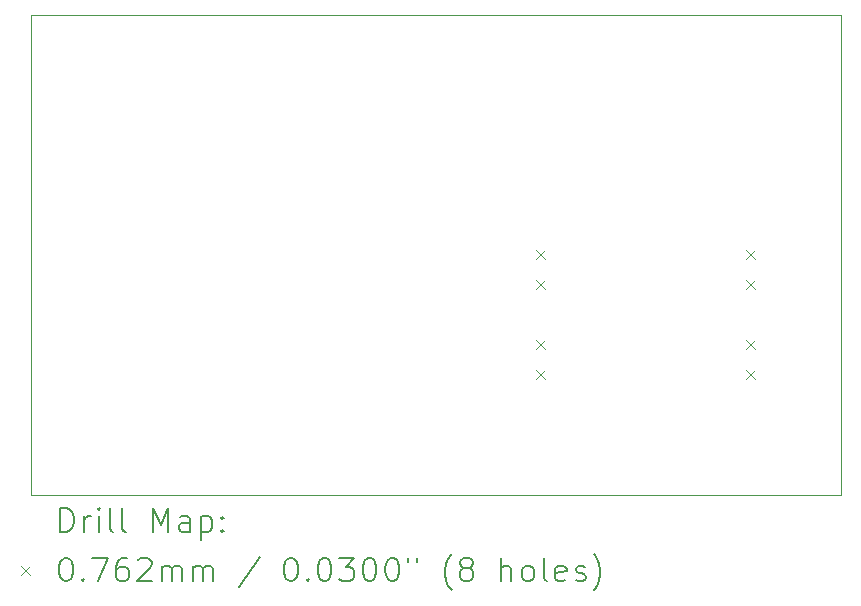
<source format=gbr>
%FSLAX45Y45*%
G04 Gerber Fmt 4.5, Leading zero omitted, Abs format (unit mm)*
G04 Created by KiCad (PCBNEW (6.0.5-0)) date 2022-06-13 22:41:15*
%MOMM*%
%LPD*%
G01*
G04 APERTURE LIST*
%TA.AperFunction,Profile*%
%ADD10C,0.100000*%
%TD*%
%ADD11C,0.200000*%
%ADD12C,0.076200*%
G04 APERTURE END LIST*
D10*
X12446000Y-8890000D02*
X19304000Y-8890000D01*
X19304000Y-8890000D02*
X19304000Y-12954000D01*
X19304000Y-12954000D02*
X12446000Y-12954000D01*
X12446000Y-12954000D02*
X12446000Y-8890000D01*
D11*
D12*
X16725900Y-10883900D02*
X16802100Y-10960100D01*
X16802100Y-10883900D02*
X16725900Y-10960100D01*
X16725900Y-11137900D02*
X16802100Y-11214100D01*
X16802100Y-11137900D02*
X16725900Y-11214100D01*
X16725900Y-11645900D02*
X16802100Y-11722100D01*
X16802100Y-11645900D02*
X16725900Y-11722100D01*
X16725900Y-11899900D02*
X16802100Y-11976100D01*
X16802100Y-11899900D02*
X16725900Y-11976100D01*
X18503900Y-10883900D02*
X18580100Y-10960100D01*
X18580100Y-10883900D02*
X18503900Y-10960100D01*
X18503900Y-11137900D02*
X18580100Y-11214100D01*
X18580100Y-11137900D02*
X18503900Y-11214100D01*
X18503900Y-11645900D02*
X18580100Y-11722100D01*
X18580100Y-11645900D02*
X18503900Y-11722100D01*
X18503900Y-11899900D02*
X18580100Y-11976100D01*
X18580100Y-11899900D02*
X18503900Y-11976100D01*
D11*
X12698619Y-13269476D02*
X12698619Y-13069476D01*
X12746238Y-13069476D01*
X12774809Y-13079000D01*
X12793857Y-13098048D01*
X12803381Y-13117095D01*
X12812905Y-13155190D01*
X12812905Y-13183762D01*
X12803381Y-13221857D01*
X12793857Y-13240905D01*
X12774809Y-13259952D01*
X12746238Y-13269476D01*
X12698619Y-13269476D01*
X12898619Y-13269476D02*
X12898619Y-13136143D01*
X12898619Y-13174238D02*
X12908143Y-13155190D01*
X12917667Y-13145667D01*
X12936714Y-13136143D01*
X12955762Y-13136143D01*
X13022428Y-13269476D02*
X13022428Y-13136143D01*
X13022428Y-13069476D02*
X13012905Y-13079000D01*
X13022428Y-13088524D01*
X13031952Y-13079000D01*
X13022428Y-13069476D01*
X13022428Y-13088524D01*
X13146238Y-13269476D02*
X13127190Y-13259952D01*
X13117667Y-13240905D01*
X13117667Y-13069476D01*
X13251000Y-13269476D02*
X13231952Y-13259952D01*
X13222428Y-13240905D01*
X13222428Y-13069476D01*
X13479571Y-13269476D02*
X13479571Y-13069476D01*
X13546238Y-13212333D01*
X13612905Y-13069476D01*
X13612905Y-13269476D01*
X13793857Y-13269476D02*
X13793857Y-13164714D01*
X13784333Y-13145667D01*
X13765286Y-13136143D01*
X13727190Y-13136143D01*
X13708143Y-13145667D01*
X13793857Y-13259952D02*
X13774809Y-13269476D01*
X13727190Y-13269476D01*
X13708143Y-13259952D01*
X13698619Y-13240905D01*
X13698619Y-13221857D01*
X13708143Y-13202809D01*
X13727190Y-13193286D01*
X13774809Y-13193286D01*
X13793857Y-13183762D01*
X13889095Y-13136143D02*
X13889095Y-13336143D01*
X13889095Y-13145667D02*
X13908143Y-13136143D01*
X13946238Y-13136143D01*
X13965286Y-13145667D01*
X13974809Y-13155190D01*
X13984333Y-13174238D01*
X13984333Y-13231381D01*
X13974809Y-13250428D01*
X13965286Y-13259952D01*
X13946238Y-13269476D01*
X13908143Y-13269476D01*
X13889095Y-13259952D01*
X14070048Y-13250428D02*
X14079571Y-13259952D01*
X14070048Y-13269476D01*
X14060524Y-13259952D01*
X14070048Y-13250428D01*
X14070048Y-13269476D01*
X14070048Y-13145667D02*
X14079571Y-13155190D01*
X14070048Y-13164714D01*
X14060524Y-13155190D01*
X14070048Y-13145667D01*
X14070048Y-13164714D01*
D12*
X12364800Y-13560900D02*
X12441000Y-13637100D01*
X12441000Y-13560900D02*
X12364800Y-13637100D01*
D11*
X12736714Y-13489476D02*
X12755762Y-13489476D01*
X12774809Y-13499000D01*
X12784333Y-13508524D01*
X12793857Y-13527571D01*
X12803381Y-13565667D01*
X12803381Y-13613286D01*
X12793857Y-13651381D01*
X12784333Y-13670428D01*
X12774809Y-13679952D01*
X12755762Y-13689476D01*
X12736714Y-13689476D01*
X12717667Y-13679952D01*
X12708143Y-13670428D01*
X12698619Y-13651381D01*
X12689095Y-13613286D01*
X12689095Y-13565667D01*
X12698619Y-13527571D01*
X12708143Y-13508524D01*
X12717667Y-13499000D01*
X12736714Y-13489476D01*
X12889095Y-13670428D02*
X12898619Y-13679952D01*
X12889095Y-13689476D01*
X12879571Y-13679952D01*
X12889095Y-13670428D01*
X12889095Y-13689476D01*
X12965286Y-13489476D02*
X13098619Y-13489476D01*
X13012905Y-13689476D01*
X13260524Y-13489476D02*
X13222428Y-13489476D01*
X13203381Y-13499000D01*
X13193857Y-13508524D01*
X13174809Y-13537095D01*
X13165286Y-13575190D01*
X13165286Y-13651381D01*
X13174809Y-13670428D01*
X13184333Y-13679952D01*
X13203381Y-13689476D01*
X13241476Y-13689476D01*
X13260524Y-13679952D01*
X13270048Y-13670428D01*
X13279571Y-13651381D01*
X13279571Y-13603762D01*
X13270048Y-13584714D01*
X13260524Y-13575190D01*
X13241476Y-13565667D01*
X13203381Y-13565667D01*
X13184333Y-13575190D01*
X13174809Y-13584714D01*
X13165286Y-13603762D01*
X13355762Y-13508524D02*
X13365286Y-13499000D01*
X13384333Y-13489476D01*
X13431952Y-13489476D01*
X13451000Y-13499000D01*
X13460524Y-13508524D01*
X13470048Y-13527571D01*
X13470048Y-13546619D01*
X13460524Y-13575190D01*
X13346238Y-13689476D01*
X13470048Y-13689476D01*
X13555762Y-13689476D02*
X13555762Y-13556143D01*
X13555762Y-13575190D02*
X13565286Y-13565667D01*
X13584333Y-13556143D01*
X13612905Y-13556143D01*
X13631952Y-13565667D01*
X13641476Y-13584714D01*
X13641476Y-13689476D01*
X13641476Y-13584714D02*
X13651000Y-13565667D01*
X13670048Y-13556143D01*
X13698619Y-13556143D01*
X13717667Y-13565667D01*
X13727190Y-13584714D01*
X13727190Y-13689476D01*
X13822428Y-13689476D02*
X13822428Y-13556143D01*
X13822428Y-13575190D02*
X13831952Y-13565667D01*
X13851000Y-13556143D01*
X13879571Y-13556143D01*
X13898619Y-13565667D01*
X13908143Y-13584714D01*
X13908143Y-13689476D01*
X13908143Y-13584714D02*
X13917667Y-13565667D01*
X13936714Y-13556143D01*
X13965286Y-13556143D01*
X13984333Y-13565667D01*
X13993857Y-13584714D01*
X13993857Y-13689476D01*
X14384333Y-13479952D02*
X14212905Y-13737095D01*
X14641476Y-13489476D02*
X14660524Y-13489476D01*
X14679571Y-13499000D01*
X14689095Y-13508524D01*
X14698619Y-13527571D01*
X14708143Y-13565667D01*
X14708143Y-13613286D01*
X14698619Y-13651381D01*
X14689095Y-13670428D01*
X14679571Y-13679952D01*
X14660524Y-13689476D01*
X14641476Y-13689476D01*
X14622428Y-13679952D01*
X14612905Y-13670428D01*
X14603381Y-13651381D01*
X14593857Y-13613286D01*
X14593857Y-13565667D01*
X14603381Y-13527571D01*
X14612905Y-13508524D01*
X14622428Y-13499000D01*
X14641476Y-13489476D01*
X14793857Y-13670428D02*
X14803381Y-13679952D01*
X14793857Y-13689476D01*
X14784333Y-13679952D01*
X14793857Y-13670428D01*
X14793857Y-13689476D01*
X14927190Y-13489476D02*
X14946238Y-13489476D01*
X14965286Y-13499000D01*
X14974809Y-13508524D01*
X14984333Y-13527571D01*
X14993857Y-13565667D01*
X14993857Y-13613286D01*
X14984333Y-13651381D01*
X14974809Y-13670428D01*
X14965286Y-13679952D01*
X14946238Y-13689476D01*
X14927190Y-13689476D01*
X14908143Y-13679952D01*
X14898619Y-13670428D01*
X14889095Y-13651381D01*
X14879571Y-13613286D01*
X14879571Y-13565667D01*
X14889095Y-13527571D01*
X14898619Y-13508524D01*
X14908143Y-13499000D01*
X14927190Y-13489476D01*
X15060524Y-13489476D02*
X15184333Y-13489476D01*
X15117667Y-13565667D01*
X15146238Y-13565667D01*
X15165286Y-13575190D01*
X15174809Y-13584714D01*
X15184333Y-13603762D01*
X15184333Y-13651381D01*
X15174809Y-13670428D01*
X15165286Y-13679952D01*
X15146238Y-13689476D01*
X15089095Y-13689476D01*
X15070048Y-13679952D01*
X15060524Y-13670428D01*
X15308143Y-13489476D02*
X15327190Y-13489476D01*
X15346238Y-13499000D01*
X15355762Y-13508524D01*
X15365286Y-13527571D01*
X15374809Y-13565667D01*
X15374809Y-13613286D01*
X15365286Y-13651381D01*
X15355762Y-13670428D01*
X15346238Y-13679952D01*
X15327190Y-13689476D01*
X15308143Y-13689476D01*
X15289095Y-13679952D01*
X15279571Y-13670428D01*
X15270048Y-13651381D01*
X15260524Y-13613286D01*
X15260524Y-13565667D01*
X15270048Y-13527571D01*
X15279571Y-13508524D01*
X15289095Y-13499000D01*
X15308143Y-13489476D01*
X15498619Y-13489476D02*
X15517667Y-13489476D01*
X15536714Y-13499000D01*
X15546238Y-13508524D01*
X15555762Y-13527571D01*
X15565286Y-13565667D01*
X15565286Y-13613286D01*
X15555762Y-13651381D01*
X15546238Y-13670428D01*
X15536714Y-13679952D01*
X15517667Y-13689476D01*
X15498619Y-13689476D01*
X15479571Y-13679952D01*
X15470048Y-13670428D01*
X15460524Y-13651381D01*
X15451000Y-13613286D01*
X15451000Y-13565667D01*
X15460524Y-13527571D01*
X15470048Y-13508524D01*
X15479571Y-13499000D01*
X15498619Y-13489476D01*
X15641476Y-13489476D02*
X15641476Y-13527571D01*
X15717667Y-13489476D02*
X15717667Y-13527571D01*
X16012905Y-13765667D02*
X16003381Y-13756143D01*
X15984333Y-13727571D01*
X15974809Y-13708524D01*
X15965286Y-13679952D01*
X15955762Y-13632333D01*
X15955762Y-13594238D01*
X15965286Y-13546619D01*
X15974809Y-13518048D01*
X15984333Y-13499000D01*
X16003381Y-13470428D01*
X16012905Y-13460905D01*
X16117667Y-13575190D02*
X16098619Y-13565667D01*
X16089095Y-13556143D01*
X16079571Y-13537095D01*
X16079571Y-13527571D01*
X16089095Y-13508524D01*
X16098619Y-13499000D01*
X16117667Y-13489476D01*
X16155762Y-13489476D01*
X16174809Y-13499000D01*
X16184333Y-13508524D01*
X16193857Y-13527571D01*
X16193857Y-13537095D01*
X16184333Y-13556143D01*
X16174809Y-13565667D01*
X16155762Y-13575190D01*
X16117667Y-13575190D01*
X16098619Y-13584714D01*
X16089095Y-13594238D01*
X16079571Y-13613286D01*
X16079571Y-13651381D01*
X16089095Y-13670428D01*
X16098619Y-13679952D01*
X16117667Y-13689476D01*
X16155762Y-13689476D01*
X16174809Y-13679952D01*
X16184333Y-13670428D01*
X16193857Y-13651381D01*
X16193857Y-13613286D01*
X16184333Y-13594238D01*
X16174809Y-13584714D01*
X16155762Y-13575190D01*
X16431952Y-13689476D02*
X16431952Y-13489476D01*
X16517667Y-13689476D02*
X16517667Y-13584714D01*
X16508143Y-13565667D01*
X16489095Y-13556143D01*
X16460524Y-13556143D01*
X16441476Y-13565667D01*
X16431952Y-13575190D01*
X16641476Y-13689476D02*
X16622428Y-13679952D01*
X16612905Y-13670428D01*
X16603381Y-13651381D01*
X16603381Y-13594238D01*
X16612905Y-13575190D01*
X16622428Y-13565667D01*
X16641476Y-13556143D01*
X16670048Y-13556143D01*
X16689095Y-13565667D01*
X16698619Y-13575190D01*
X16708143Y-13594238D01*
X16708143Y-13651381D01*
X16698619Y-13670428D01*
X16689095Y-13679952D01*
X16670048Y-13689476D01*
X16641476Y-13689476D01*
X16822429Y-13689476D02*
X16803381Y-13679952D01*
X16793857Y-13660905D01*
X16793857Y-13489476D01*
X16974810Y-13679952D02*
X16955762Y-13689476D01*
X16917667Y-13689476D01*
X16898619Y-13679952D01*
X16889095Y-13660905D01*
X16889095Y-13584714D01*
X16898619Y-13565667D01*
X16917667Y-13556143D01*
X16955762Y-13556143D01*
X16974810Y-13565667D01*
X16984333Y-13584714D01*
X16984333Y-13603762D01*
X16889095Y-13622809D01*
X17060524Y-13679952D02*
X17079571Y-13689476D01*
X17117667Y-13689476D01*
X17136714Y-13679952D01*
X17146238Y-13660905D01*
X17146238Y-13651381D01*
X17136714Y-13632333D01*
X17117667Y-13622809D01*
X17089095Y-13622809D01*
X17070048Y-13613286D01*
X17060524Y-13594238D01*
X17060524Y-13584714D01*
X17070048Y-13565667D01*
X17089095Y-13556143D01*
X17117667Y-13556143D01*
X17136714Y-13565667D01*
X17212905Y-13765667D02*
X17222429Y-13756143D01*
X17241476Y-13727571D01*
X17251000Y-13708524D01*
X17260524Y-13679952D01*
X17270048Y-13632333D01*
X17270048Y-13594238D01*
X17260524Y-13546619D01*
X17251000Y-13518048D01*
X17241476Y-13499000D01*
X17222429Y-13470428D01*
X17212905Y-13460905D01*
M02*

</source>
